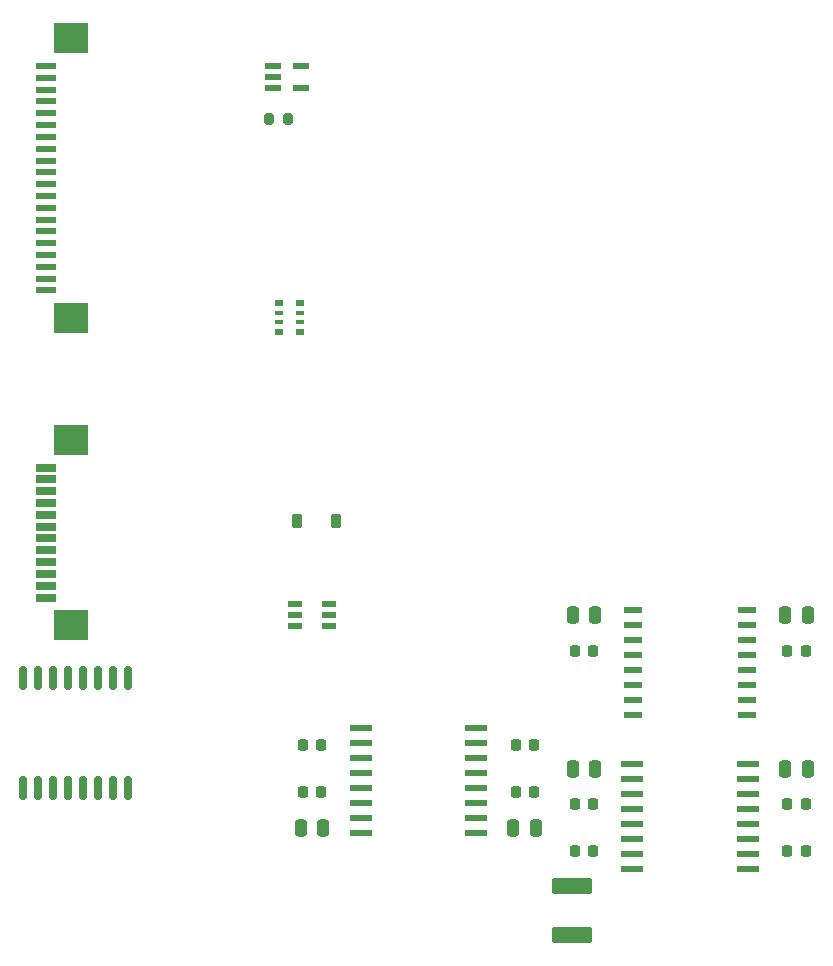
<source format=gbr>
%TF.GenerationSoftware,KiCad,Pcbnew,9.0.6*%
%TF.CreationDate,2025-12-03T08:33:47+03:00*%
%TF.ProjectId,PMCPU-LLU,504d4350-552d-44c4-9c55-2e6b69636164,rev?*%
%TF.SameCoordinates,Original*%
%TF.FileFunction,Paste,Top*%
%TF.FilePolarity,Positive*%
%FSLAX46Y46*%
G04 Gerber Fmt 4.6, Leading zero omitted, Abs format (unit mm)*
G04 Created by KiCad (PCBNEW 9.0.6) date 2025-12-03 08:33:47*
%MOMM*%
%LPD*%
G01*
G04 APERTURE LIST*
G04 Aperture macros list*
%AMRoundRect*
0 Rectangle with rounded corners*
0 $1 Rounding radius*
0 $2 $3 $4 $5 $6 $7 $8 $9 X,Y pos of 4 corners*
0 Add a 4 corners polygon primitive as box body*
4,1,4,$2,$3,$4,$5,$6,$7,$8,$9,$2,$3,0*
0 Add four circle primitives for the rounded corners*
1,1,$1+$1,$2,$3*
1,1,$1+$1,$4,$5*
1,1,$1+$1,$6,$7*
1,1,$1+$1,$8,$9*
0 Add four rect primitives between the rounded corners*
20,1,$1+$1,$2,$3,$4,$5,0*
20,1,$1+$1,$4,$5,$6,$7,0*
20,1,$1+$1,$6,$7,$8,$9,0*
20,1,$1+$1,$8,$9,$2,$3,0*%
G04 Aperture macros list end*
%ADD10R,1.181100X0.558800*%
%ADD11RoundRect,0.250000X0.250000X0.475000X-0.250000X0.475000X-0.250000X-0.475000X0.250000X-0.475000X0*%
%ADD12RoundRect,0.250000X-0.250000X-0.475000X0.250000X-0.475000X0.250000X0.475000X-0.250000X0.475000X0*%
%ADD13RoundRect,0.225000X-0.225000X-0.250000X0.225000X-0.250000X0.225000X0.250000X-0.225000X0.250000X0*%
%ADD14R,1.854200X0.482600*%
%ADD15RoundRect,0.225000X0.225000X0.250000X-0.225000X0.250000X-0.225000X-0.250000X0.225000X-0.250000X0*%
%ADD16R,1.320800X0.558800*%
%ADD17R,0.800000X0.500000*%
%ADD18R,0.800000X0.400000*%
%ADD19RoundRect,0.249999X1.450001X-0.450001X1.450001X0.450001X-1.450001X0.450001X-1.450001X-0.450001X0*%
%ADD20R,1.803400X0.635000*%
%ADD21R,2.997200X2.590800*%
%ADD22R,1.549400X0.482600*%
%ADD23R,1.800000X0.600000*%
%ADD24R,3.000000X2.600000*%
%ADD25RoundRect,0.225000X-0.225000X-0.375000X0.225000X-0.375000X0.225000X0.375000X-0.225000X0.375000X0*%
%ADD26RoundRect,0.200000X-0.200000X-0.275000X0.200000X-0.275000X0.200000X0.275000X-0.200000X0.275000X0*%
%ADD27RoundRect,0.150000X0.150000X-0.875000X0.150000X0.875000X-0.150000X0.875000X-0.150000X-0.875000X0*%
G04 APERTURE END LIST*
D10*
%TO.C,U3*%
X-12533150Y-17950001D03*
X-12533150Y-17000000D03*
X-12533150Y-16049999D03*
X-15466850Y-16049999D03*
X-15466850Y-17000000D03*
X-15466850Y-17950001D03*
%TD*%
D11*
%TO.C,C3*%
X-13050000Y-35000000D03*
X-14950000Y-35000000D03*
%TD*%
D12*
%TO.C,C4*%
X3050000Y-35000000D03*
X4950000Y-35000000D03*
%TD*%
D13*
%TO.C,C13*%
X26225000Y-20000000D03*
X27775000Y-20000000D03*
%TD*%
D14*
%TO.C,U6*%
X13123200Y-29555000D03*
X13123200Y-30825000D03*
X13123200Y-32095000D03*
X13123200Y-33365000D03*
X13123200Y-34635000D03*
X13123200Y-35905000D03*
X13123200Y-37175000D03*
X13123200Y-38445000D03*
X22876800Y-38445000D03*
X22876800Y-37175000D03*
X22876800Y-35905000D03*
X22876800Y-34635000D03*
X22876800Y-33365000D03*
X22876800Y-32095000D03*
X22876800Y-30825000D03*
X22876800Y-29555000D03*
%TD*%
D15*
%TO.C,C1*%
X-13225000Y-32000000D03*
X-14775000Y-32000000D03*
%TD*%
D16*
%TO.C,CR1*%
X-17314000Y29526201D03*
X-17314000Y28576200D03*
X-17314000Y27626199D03*
X-14926400Y27626199D03*
X-14926400Y29526201D03*
%TD*%
D11*
%TO.C,C11*%
X9950000Y-17000000D03*
X8050000Y-17000000D03*
%TD*%
D17*
%TO.C,RN1*%
X-16800000Y9400000D03*
D18*
X-16800000Y8600000D03*
X-16800000Y7800000D03*
D17*
X-16800000Y7000000D03*
X-15000000Y7000000D03*
D18*
X-15000000Y7800000D03*
X-15000000Y8600000D03*
D17*
X-15000000Y9400000D03*
%TD*%
D13*
%TO.C,C17*%
X26225000Y-33000000D03*
X27775000Y-33000000D03*
%TD*%
D15*
%TO.C,C9*%
X9775000Y-33000000D03*
X8225000Y-33000000D03*
%TD*%
D19*
%TO.C,C7*%
X8000000Y-44050000D03*
X8000000Y-39950000D03*
%TD*%
D15*
%TO.C,C8*%
X9775000Y-20000000D03*
X8225000Y-20000000D03*
%TD*%
%TO.C,C2*%
X-13225000Y-28000000D03*
X-14775000Y-28000000D03*
%TD*%
D20*
%TO.C,J3*%
X-36556000Y-15499992D03*
X-36556000Y-14499994D03*
X-36556000Y-13499996D03*
X-36556000Y-12499998D03*
X-36556000Y-11500000D03*
X-36556000Y-10500000D03*
X-36556000Y-9500000D03*
X-36556000Y-8500000D03*
X-36556000Y-7500002D03*
X-36556000Y-6500004D03*
X-36556000Y-5500006D03*
X-36556000Y-4500008D03*
D21*
X-34385999Y-17850003D03*
X-34385999Y-2149997D03*
%TD*%
D13*
%TO.C,C6*%
X3225000Y-32000000D03*
X4775000Y-32000000D03*
%TD*%
D12*
%TO.C,C16*%
X26050000Y-17000000D03*
X27950000Y-17000000D03*
%TD*%
D22*
%TO.C,U5*%
X13174000Y-16555000D03*
X13174000Y-17825000D03*
X13174000Y-19095000D03*
X13174000Y-20365000D03*
X13174000Y-21635000D03*
X13174000Y-22905000D03*
X13174000Y-24175000D03*
X13174000Y-25445000D03*
X22826000Y-25445000D03*
X22826000Y-24175000D03*
X22826000Y-22905000D03*
X22826000Y-21635000D03*
X22826000Y-20365000D03*
X22826000Y-19095000D03*
X22826000Y-17825000D03*
X22826000Y-16555000D03*
%TD*%
D23*
%TO.C,JM2*%
X-36546000Y10500000D03*
X-36546000Y11500000D03*
X-36546000Y12500000D03*
X-36546000Y13500000D03*
X-36546000Y14500000D03*
X-36546000Y15500000D03*
X-36546000Y16500000D03*
X-36546000Y17500000D03*
X-36546000Y18500000D03*
X-36546000Y19500000D03*
X-36546000Y20500000D03*
X-36546000Y21500000D03*
X-36546000Y22500000D03*
X-36546000Y23500000D03*
X-36546000Y24500000D03*
X-36546000Y25500000D03*
X-36546000Y26500000D03*
X-36546000Y27500000D03*
X-36546000Y28500000D03*
X-36546000Y29500000D03*
D24*
X-34375000Y8150000D03*
X-34375000Y31850000D03*
%TD*%
D14*
%TO.C,U1*%
X-123200Y-35445000D03*
X-123200Y-34175000D03*
X-123200Y-32905000D03*
X-123200Y-31635000D03*
X-123200Y-30365000D03*
X-123200Y-29095000D03*
X-123200Y-27825000D03*
X-123200Y-26555000D03*
X-9876800Y-26555000D03*
X-9876800Y-27825000D03*
X-9876800Y-29095000D03*
X-9876800Y-30365000D03*
X-9876800Y-31635000D03*
X-9876800Y-32905000D03*
X-9876800Y-34175000D03*
X-9876800Y-35445000D03*
%TD*%
D25*
%TO.C,D9*%
X-15300000Y-9000000D03*
X-12000000Y-9000000D03*
%TD*%
D13*
%TO.C,C15*%
X26225000Y-37000000D03*
X27775000Y-37000000D03*
%TD*%
D11*
%TO.C,C12*%
X9950000Y-30000000D03*
X8050000Y-30000000D03*
%TD*%
D26*
%TO.C,R9*%
X-17650000Y25000000D03*
X-16000000Y25000000D03*
%TD*%
D27*
%TO.C,U4*%
X-38445000Y-31650000D03*
X-37175000Y-31650000D03*
X-35905000Y-31650000D03*
X-34635000Y-31650000D03*
X-33365000Y-31650000D03*
X-32095000Y-31650000D03*
X-30825000Y-31650000D03*
X-29555000Y-31650000D03*
X-29555000Y-22350000D03*
X-30825000Y-22350000D03*
X-32095000Y-22350000D03*
X-33365000Y-22350000D03*
X-34635000Y-22350000D03*
X-35905000Y-22350000D03*
X-37175000Y-22350000D03*
X-38445000Y-22350000D03*
%TD*%
D13*
%TO.C,C5*%
X3225000Y-28000000D03*
X4775000Y-28000000D03*
%TD*%
D12*
%TO.C,C14*%
X26050000Y-30000000D03*
X27950000Y-30000000D03*
%TD*%
D15*
%TO.C,C10*%
X9775000Y-37000000D03*
X8225000Y-37000000D03*
%TD*%
M02*

</source>
